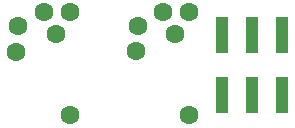
<source format=gbr>
G04 #@! TF.GenerationSoftware,KiCad,Pcbnew,(5.1.2-1)-1*
G04 #@! TF.CreationDate,2019-07-19T11:43:15-07:00*
G04 #@! TF.ProjectId,class v3 - programmer,636c6173-7320-4763-9320-2d2070726f67,rev?*
G04 #@! TF.SameCoordinates,Original*
G04 #@! TF.FileFunction,Soldermask,Top*
G04 #@! TF.FilePolarity,Negative*
%FSLAX46Y46*%
G04 Gerber Fmt 4.6, Leading zero omitted, Abs format (unit mm)*
G04 Created by KiCad (PCBNEW (5.1.2-1)-1) date 2019-07-19 11:43:15*
%MOMM*%
%LPD*%
G04 APERTURE LIST*
%ADD10C,1.600000*%
%ADD11R,1.000000X3.150000*%
G04 APERTURE END LIST*
D10*
X120600000Y-89040000D03*
X125090000Y-85700000D03*
X120760000Y-86900000D03*
X122910000Y-85700000D03*
X125090000Y-94450000D03*
X123960000Y-87590000D03*
D11*
X133010000Y-87675000D03*
X133010000Y-92725000D03*
X130470000Y-87675000D03*
X130470000Y-92725000D03*
X127930000Y-87675000D03*
X127930000Y-92725000D03*
D10*
X114990000Y-85720000D03*
X113860000Y-87610000D03*
X110500000Y-89060000D03*
X114990000Y-94470000D03*
X112810000Y-85720000D03*
X110660000Y-86920000D03*
M02*

</source>
